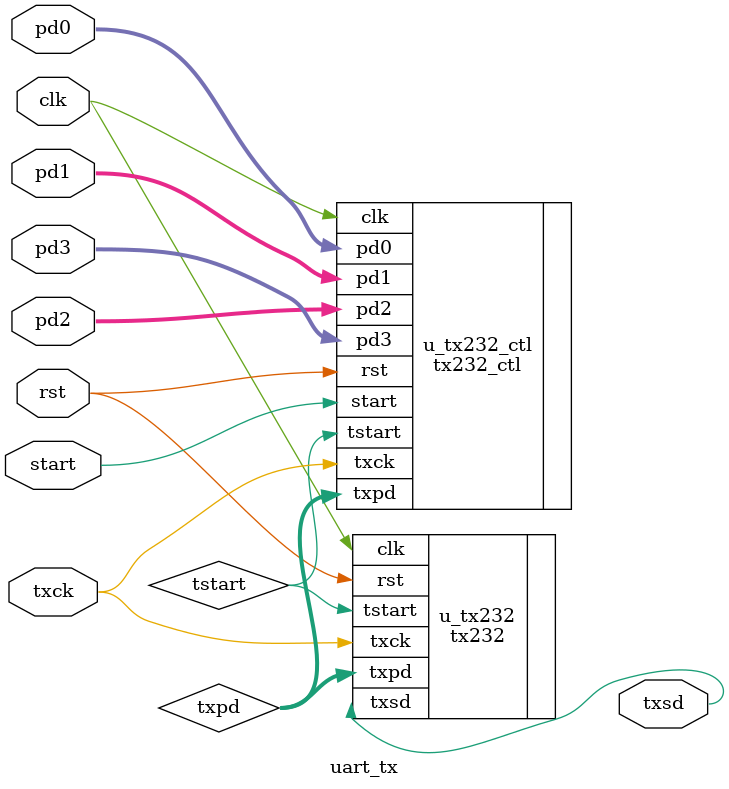
<source format=v>
module uart_tx(
    input   rst,clk,
    input   txck,start,
    input   [7:0] pd0,pd1,pd2,pd3,
    //
    output  txsd
    );

wire tstart;
wire [7:0] txpd;

tx232_ctl u_tx232_ctl
(
.rst    (rst    ),
.clk    (clk    ),
.txck   (txck   ),
.start  (start  ),
.pd0    (pd0    ),
.pd1    (pd1    ),
.pd2    (pd2    ),
.pd3    (pd3    ),
//
.tstart (tstart ),
.txpd   (txpd   )
);

tx232 u_tx232
(
.rst    (rst    ),
.clk    (clk    ),
.txck   (txck   ),
.tstart (tstart ),
.txpd   (txpd   ),
//
.txsd   (txsd   )
);

endmodule

</source>
